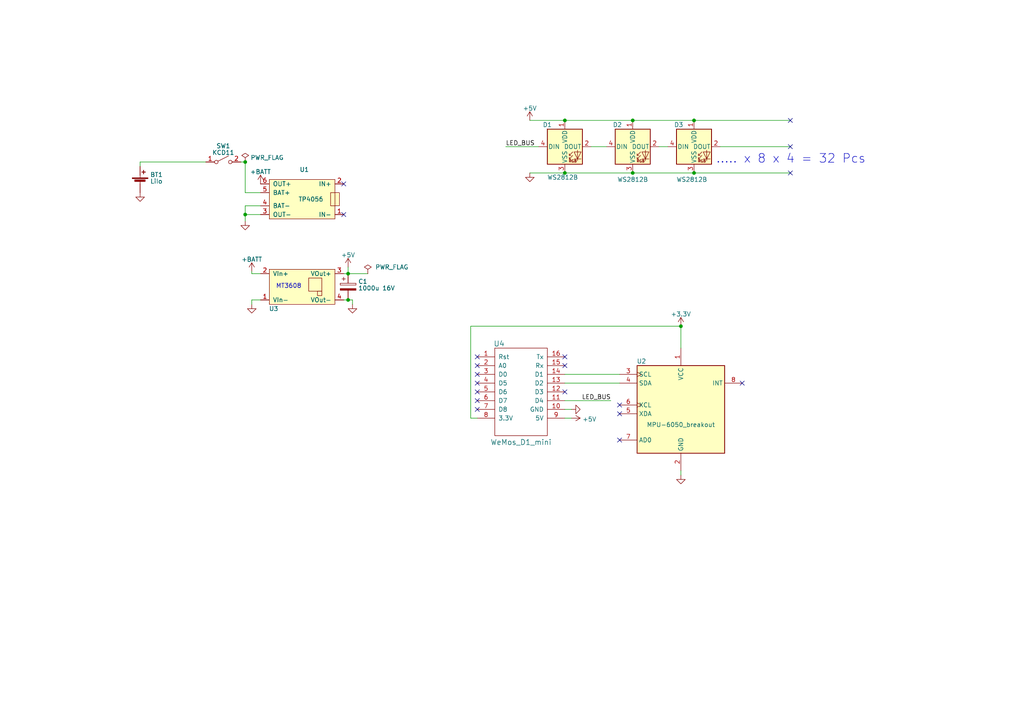
<source format=kicad_sch>
(kicad_sch (version 20230121) (generator eeschema)
  (paper "A4")
  (lib_symbols
    (symbol "Device:C_Polarized" (pin_numbers hide) (pin_names (offset 0.254))
      (property "Reference" "C" (at 0.635 2.54 0))
      (property "Value" "C_Polarized" (at 0.635 -2.54 0))
      (symbol "C_Polarized_0_1"
        (rectangle (start -2.286 0.508) (end 2.286 1.016))
        (polyline (pts (xy -1.778 2.286) (xy -0.762 2.286)))
        (polyline (pts (xy -1.27 2.794) (xy -1.27 1.778)))
        (rectangle (start 2.286 -0.508) (end -2.286 -1.016) (fill (type outline)))
      )
      (symbol "C_Polarized_1_1"
        (pin passive line (at 0 3.81 270) (length 2.794) (name "~") (number "1"))
        (pin passive line (at 0 -3.81 90) (length 2.794) (name "~") (number "2"))
      )
    )
    (symbol "Di Mini:WeMos_D1_mini" (pin_names (offset 1.016))
      (property "Reference" "U" (at 0 12.7 0))
      (property "Value" "WeMos_D1_mini" (at 0 -12.7 0))
      (property "Datasheet" "http://www.wemos.cc/Products/d1_mini.html" (at 13.97 -17.78 0))
      (symbol "WeMos_D1_mini_0_1"
        (rectangle (start -7.62 11.43) (end 7.62 -13.97))
      )
      (symbol "WeMos_D1_mini_1_1"
        (pin bidirectional line (at -12.7 8.89 0) (length 5.08) (name "Rst") (number "1"))
        (pin power_in line (at 12.7 -6.35 180) (length 5.08) (name "GND") (number "10"))
        (pin bidirectional line (at 12.7 -3.81 180) (length 5.08) (name "D4") (number "11"))
        (pin bidirectional line (at 12.7 -1.27 180) (length 5.08) (name "D3") (number "12"))
        (pin bidirectional line (at 12.7 1.27 180) (length 5.08) (name "D2") (number "13"))
        (pin bidirectional line (at 12.7 3.81 180) (length 5.08) (name "D1") (number "14"))
        (pin bidirectional line (at 12.7 6.35 180) (length 5.08) (name "Rx") (number "15"))
        (pin bidirectional line (at 12.7 8.89 180) (length 5.08) (name "Tx") (number "16"))
        (pin bidirectional line (at -12.7 6.35 0) (length 5.08) (name "A0") (number "2"))
        (pin bidirectional line (at -12.7 3.81 0) (length 5.08) (name "D0") (number "3"))
        (pin bidirectional line (at -12.7 1.27 0) (length 5.08) (name "D5") (number "4"))
        (pin bidirectional line (at -12.7 -1.27 0) (length 5.08) (name "D6") (number "5"))
        (pin bidirectional line (at -12.7 -3.81 0) (length 5.08) (name "D7") (number "6"))
        (pin bidirectional line (at -12.7 -6.35 0) (length 5.08) (name "D8") (number "7"))
        (pin power_out line (at -12.7 -8.89 0) (length 5.08) (name "3.3V") (number "8"))
        (pin power_in line (at 12.7 -8.89 180) (length 5.08) (name "5V") (number "9"))
      )
    )
    (symbol "EigeneSym:BoostConverter_MT3608_Breakout" (pin_names (offset 1.016))
      (property "Reference" "U" (at -10.16 2.54 0))
      (property "Value" "BoostConverter_MT3608_Breakout" (at -1.27 -10.16 0))
      (symbol "BoostConverter_MT3608_Breakout_0_1"
        (rectangle (start -11.43 1.27) (end 7.62 -8.89) (fill (type background)))
        (rectangle (start 0 -2.54) (end 3.81 -6.35))
        (rectangle (start 2.54 -2.54) (end 3.81 -1.27))
      )
      (symbol "BoostConverter_MT3608_Breakout_1_1"
        (pin passive line (at -13.97 0 0) (length 2.54) (name "VIn-") (number "1"))
        (pin passive line (at -13.97 -7.62 0) (length 2.54) (name "VIn+") (number "2"))
        (pin passive line (at 10.16 -7.62 180) (length 2.54) (name "VOut+") (number "3"))
        (pin passive line (at 10.16 0 180) (length 2.54) (name "VOut-") (number "4"))
      )
    )
    (symbol "EigeneSym:LiIo_18650" (pin_numbers hide) (pin_names (offset 0) hide)
      (property "Reference" "BT" (at 2.54 2.54 0))
      (property "Value" "LiIo_18650" (at 2.54 0 0))
      (symbol "LiIo_18650_0_1"
        (rectangle (start -2.286 1.778) (end 2.286 1.524) (fill (type outline)))
        (rectangle (start -1.5748 1.1938) (end 1.4732 0.6858) (fill (type outline)))
        (polyline (pts (xy 0 0.762) (xy 0 0)))
        (polyline (pts (xy 0 1.778) (xy 0 2.54)))
        (polyline (pts (xy 0.508 3.429) (xy 1.524 3.429)) (stroke (width 0.254)))
        (polyline (pts (xy 1.016 3.937) (xy 1.016 2.921)) (stroke (width 0.254)))
      )
      (symbol "LiIo_18650_1_1"
        (pin passive line (at 0 5.08 270) (length 2.54) (name "+") (number "1"))
        (pin passive line (at 0 -2.54 90) (length 2.54) (name "-") (number "2"))
      )
    )
    (symbol "EigeneSym:MPU-6050_breakout"
      (property "Reference" "U" (at -11.43 13.97 0))
      (property "Value" "MPU-6050_breakout" (at 7.62 -13.97 0))
      (symbol "MPU-6050_breakout_0_1"
        (rectangle (start -12.7 12.7) (end 12.7 -12.7) (stroke (width 0.254)) (fill (type background)))
      )
      (symbol "MPU-6050_breakout_1_1"
        (pin power_in line (at 0 17.78 270) (length 5.08) (name "VCC") (number "1"))
        (pin power_in line (at 0 -17.78 90) (length 5.08) (name "GND") (number "2"))
        (pin input clock (at -17.78 10.16 0) (length 5.08) (name "SCL") (number "3"))
        (pin bidirectional line (at -17.78 7.62 0) (length 5.08) (name "SDA") (number "4"))
        (pin bidirectional line (at -17.78 -1.27 0) (length 5.08) (name "XDA") (number "5"))
        (pin output clock (at -17.78 1.27 0) (length 5.08) (name "XCL") (number "6"))
        (pin input line (at -17.78 -8.89 0) (length 5.08) (name "AD0") (number "7"))
        (pin output line (at 17.78 7.62 180) (length 5.08) (name "INT") (number "8"))
      )
    )
    (symbol "EigeneSym:TP4056_w_Protect" (pin_names (offset 1.016))
      (property "Reference" "U" (at 1.27 15.24 0))
      (property "Value" "TP4056_w_Protect" (at 9.906 5.334 0))
      (symbol "TP4056_w_Protect_0_1"
        (rectangle (start -1.27 7.62) (end 1.27 3.81) (fill (type background)))
        (rectangle (start 0 0) (end 19.05 11.43) (fill (type background)))
      )
      (symbol "TP4056_w_Protect_1_1"
        (pin power_in line (at -2.54 1.27 0) (length 2.54) (name "IN-") (number "1"))
        (pin power_in line (at -2.54 10.16 0) (length 2.54) (name "IN+") (number "2"))
        (pin power_out line (at 21.59 1.27 180) (length 2.54) (name "OUT-") (number "3"))
        (pin power_in line (at 21.59 3.81 180) (length 2.54) (name "BAT-") (number "4"))
        (pin power_in line (at 21.59 7.62 180) (length 2.54) (name "BAT+") (number "5"))
        (pin power_out line (at 21.59 10.16 180) (length 2.54) (name "OUT+") (number "6"))
      )
    )
    (symbol "LED:WS2812B" (pin_names (offset 0.254))
      (property "Reference" "D" (at 5.08 5.715 0))
      (property "Value" "WS2812B" (at 1.27 -5.715 0))
      (symbol "WS2812B_0_0"
        (text "RGB" (at 2.286 -4.191 0) (effects (font (size 0.762 0.762))))
      )
      (symbol "WS2812B_0_1"
        (polyline (pts (xy 1.27 -3.556) (xy 1.778 -3.556)))
        (polyline (pts (xy 1.27 -2.54) (xy 1.778 -2.54)))
        (polyline (pts (xy 4.699 -3.556) (xy 2.667 -3.556)))
        (polyline (pts (xy 2.286 -2.54) (xy 1.27 -3.556) (xy 1.27 -3.048)))
        (polyline (pts (xy 2.286 -1.524) (xy 1.27 -2.54) (xy 1.27 -2.032)))
        (polyline (pts (xy 3.683 -1.016) (xy 3.683 -3.556) (xy 3.683 -4.064)))
        (polyline (pts (xy 4.699 -1.524) (xy 2.667 -1.524) (xy 3.683 -3.556) (xy 4.699 -1.524)))
        (rectangle (start 5.08 5.08) (end -5.08 -5.08) (stroke (width 0.254)) (fill (type background)))
      )
      (symbol "WS2812B_1_1"
        (pin power_in line (at 0 7.62 270) (length 2.54) (name "VDD") (number "1"))
        (pin output line (at 7.62 0 180) (length 2.54) (name "DOUT") (number "2"))
        (pin power_in line (at 0 -7.62 90) (length 2.54) (name "VSS") (number "3"))
        (pin input line (at -7.62 0 0) (length 2.54) (name "DIN") (number "4"))
      )
    )
    (symbol "Switch:SW_SPST" (pin_names (offset 0) hide)
      (property "Reference" "SW" (at 0 3.175 0))
      (property "Value" "SW_SPST" (at 0 -2.54 0))
      (symbol "SW_SPST_0_0"
        (circle (center -2.032 0) (radius 0.508))
        (polyline (pts (xy -1.524 0.254) (xy 1.524 1.778)))
        (circle (center 2.032 0) (radius 0.508))
      )
      (symbol "SW_SPST_1_1"
        (pin passive line (at -5.08 0 0) (length 2.54) (name "A") (number "1"))
        (pin passive line (at 5.08 0 180) (length 2.54) (name "B") (number "2"))
      )
    )
    (symbol "power:+3.3V" (power) (pin_names (offset 0))
      (property "Value" "+3.3V" (at 0 3.556 0))
      (symbol "+3.3V_0_1"
        (polyline (pts (xy -0.762 1.27) (xy 0 2.54)))
        (polyline (pts (xy 0 0) (xy 0 2.54)))
        (polyline (pts (xy 0 2.54) (xy 0.762 1.27)))
      )
      (symbol "+3.3V_1_1"
        (pin power_in line (at 0 0 90) (length 0) hide (name "+3.3V") (number "1"))
      )
    )
    (symbol "power:+5V" (power) (pin_names (offset 0))
      (property "Value" "+5V" (at 0 3.556 0))
      (symbol "+5V_0_1"
        (polyline (pts (xy -0.762 1.27) (xy 0 2.54)))
        (polyline (pts (xy 0 0) (xy 0 2.54)))
        (polyline (pts (xy 0 2.54) (xy 0.762 1.27)))
      )
      (symbol "+5V_1_1"
        (pin power_in line (at 0 0 90) (length 0) hide (name "+5V") (number "1"))
      )
    )
    (symbol "power:+BATT" (power) (pin_names (offset 0))
      (property "Value" "+BATT" (at 0 3.556 0))
      (symbol "+BATT_0_1"
        (polyline (pts (xy -0.762 1.27) (xy 0 2.54)))
        (polyline (pts (xy 0 0) (xy 0 2.54)))
        (polyline (pts (xy 0 2.54) (xy 0.762 1.27)))
      )
      (symbol "+BATT_1_1"
        (pin power_in line (at 0 0 90) (length 0) hide (name "+BATT") (number "1"))
      )
    )
    (symbol "power:GND" (power) (pin_names (offset 0))
      (property "Value" "GND" (at 0 -3.81 0))
      (symbol "GND_0_1"
        (polyline (pts (xy 0 0) (xy 0 -1.27) (xy 1.27 -1.27) (xy 0 -2.54) (xy -1.27 -1.27) (xy 0 -1.27)))
      )
      (symbol "GND_1_1"
        (pin power_in line (at 0 0 270) (length 0) hide (name "GND") (number "1"))
      )
    )
    (symbol "power:PWR_FLAG" (power) (pin_numbers hide) (pin_names (offset 0) hide)
      (property "Value" "PWR_FLAG" (at 0 3.81 0))
      (symbol "PWR_FLAG_0_0"
        (pin power_out line (at 0 0 90) (length 0) (name "pwr") (number "1"))
      )
      (symbol "PWR_FLAG_0_1"
        (polyline (pts (xy 0 0) (xy 0 1.27) (xy -1.016 1.905) (xy 0 2.54) (xy 1.016 1.905) (xy 0 1.27)))
      )
    )
  )
  (junction (at 100.965 79.375))
  (junction (at 197.485 94.615))
  (junction (at 201.295 50.165))
  (junction (at 201.295 34.925))
  (junction (at 183.515 34.925))
  (junction (at 100.965 86.995))
  (junction (at 163.83 34.925))
  (junction (at 183.515 50.165))
  (junction (at 71.12 46.99))
  (junction (at 71.12 62.23))
  (junction (at 163.83 50.165))
  (no_connect (at 179.705 120.015))
  (no_connect (at 179.705 117.475))
  (no_connect (at 138.43 118.745))
  (no_connect (at 138.43 116.205))
  (no_connect (at 215.265 111.125))
  (no_connect (at 99.695 62.23))
  (no_connect (at 229.235 34.925))
  (no_connect (at 229.235 42.545))
  (no_connect (at 138.43 106.045))
  (no_connect (at 99.695 53.34))
  (no_connect (at 163.83 113.665))
  (no_connect (at 138.43 113.665))
  (no_connect (at 138.43 108.585))
  (no_connect (at 163.83 106.045))
  (no_connect (at 179.705 127.635))
  (no_connect (at 138.43 103.505))
  (no_connect (at 163.83 103.505))
  (no_connect (at 138.43 111.125))
  (no_connect (at 229.235 50.165))
  (wire (pts (xy 163.83 34.925) (xy 183.515 34.925)))
  (wire (pts (xy 136.525 121.285) (xy 138.43 121.285)))
  (wire (pts (xy 183.515 50.165) (xy 201.295 50.165)))
  (wire (pts (xy 71.12 59.69) (xy 71.12 62.23)))
  (wire (pts (xy 100.965 79.375) (xy 99.695 79.375)))
  (wire (pts (xy 75.565 55.88) (xy 71.12 55.88)))
  (wire (pts (xy 71.12 55.88) (xy 71.12 46.99)))
  (wire (pts (xy 153.67 34.925) (xy 163.83 34.925)))
  (wire (pts (xy 100.965 79.375) (xy 106.68 79.375)))
  (wire (pts (xy 163.83 111.125) (xy 179.705 111.125)))
  (wire (pts (xy 75.565 59.69) (xy 71.12 59.69)))
  (wire (pts (xy 71.12 62.23) (xy 71.12 64.135)))
  (wire (pts (xy 208.915 42.545) (xy 229.235 42.545)))
  (wire (pts (xy 40.64 46.99) (xy 40.64 48.26)))
  (wire (pts (xy 75.565 86.995) (xy 73.025 86.995)))
  (wire (pts (xy 163.83 118.745) (xy 165.735 118.745)))
  (wire (pts (xy 197.485 94.615) (xy 197.485 100.965)))
  (wire (pts (xy 59.69 46.99) (xy 40.64 46.99)))
  (wire (pts (xy 163.83 116.205) (xy 177.165 116.205)))
  (wire (pts (xy 99.695 86.995) (xy 100.965 86.995)))
  (wire (pts (xy 201.295 34.925) (xy 229.235 34.925)))
  (wire (pts (xy 69.85 46.99) (xy 71.12 46.99)))
  (wire (pts (xy 163.83 121.285) (xy 165.735 121.285)))
  (wire (pts (xy 163.83 50.165) (xy 183.515 50.165)))
  (wire (pts (xy 75.565 62.23) (xy 71.12 62.23)))
  (wire (pts (xy 163.83 108.585) (xy 179.705 108.585)))
  (wire (pts (xy 171.45 42.545) (xy 175.895 42.545)))
  (wire (pts (xy 73.025 86.995) (xy 73.025 88.265)))
  (wire (pts (xy 197.485 136.525) (xy 197.485 137.795)))
  (wire (pts (xy 183.515 34.925) (xy 201.295 34.925)))
  (wire (pts (xy 100.965 77.47) (xy 100.965 79.375)))
  (wire (pts (xy 153.67 50.165) (xy 163.83 50.165)))
  (wire (pts (xy 73.025 78.74) (xy 73.025 79.375)))
  (wire (pts (xy 191.135 42.545) (xy 193.675 42.545)))
  (wire (pts (xy 73.025 79.375) (xy 75.565 79.375)))
  (wire (pts (xy 102.235 86.995) (xy 102.235 88.265)))
  (wire (pts (xy 100.965 86.995) (xy 102.235 86.995)))
  (wire (pts (xy 136.525 121.285) (xy 136.525 94.615)))
  (wire (pts (xy 201.295 50.165) (xy 229.235 50.165)))
  (wire (pts (xy 146.685 42.545) (xy 156.21 42.545)))
  (wire (pts (xy 136.525 94.615) (xy 197.485 94.615)))
  (text "MT3608" (at 80.01 83.82 0) (effects (font (size 1.27 1.27)) (justify left bottom)))
  (text "..... x 8 x 4 = 32 Pcs" (at 207.645 47.625 0) (effects (font (size 2.54 2.54)) (justify left bottom)))
  (label "LED_BUS" (at 177.165 116.205 180))
  (label "LED_BUS" (at 146.685 42.545 0))
  (symbol (lib_id "power:GND") (at 197.485 137.795 0) (unit 1)
    (property "Reference" "#PWR014" (effects hide))
    (property "Value" "GND" (effects hide))
  )
  (symbol (lib_id "Device:C_Polarized") (at 100.965 83.185 0) (unit 1)
    (property "Reference" "C1" (at 103.886 81.6523 0) (effects (justify left)))
    (property "Value" "1000u 16V" (at 103.886 83.5733 0) (effects (justify left)))
  )
  (symbol (lib_id "power:+BATT") (at 73.025 78.74 0) (unit 1)
    (property "Reference" "#PWR07" (effects hide))
    (property "Value" "+BATT" (at 73.025 75.2381 0))
  )
  (symbol (lib_id "power:+5V") (at 100.965 77.47 0) (unit 1)
    (property "Reference" "#PWR04" (effects hide))
    (property "Value" "+5V" (at 100.965 73.9681 0))
  )
  (symbol (lib_id "power:+5V") (at 165.735 121.285 270) (unit 1)
    (property "Reference" "#PWR010" (effects hide))
    (property "Value" "+5V" (at 168.91 121.6018 90) (effects (justify left)))
  )
  (symbol (lib_id "EigeneSym:MPU-6050_breakout") (at 197.485 118.745 0) (unit 1)
    (property "Reference" "U2" (at 186.055 104.775 0))
    (property "Value" "MPU-6050_breakout" (at 197.485 123.19 0))
    (property "Footprint" "MPU6050_Breakout_8Pin_20.32x15.8mm" (effects hide))
    (property "Datasheet" "https://store.invensense.com/datasheets/invensense/MPU-6050_DataSheet_V3%204.pdf" (effects hide))
  )
  (symbol (lib_id "Di Mini:WeMos_D1_mini") (at 151.13 112.395 0) (unit 1)
    (property "Reference" "U4" (at 144.78 99.695 0) (effects (font (size 1.524 1.524))))
    (property "Value" "WeMos_D1_mini" (at 151.13 128.27 0) (effects (font (size 1.524 1.524))))
    (property "Datasheet" "http://www.wemos.cc/Products/d1_mini.html" (effects hide))
  )
  (symbol (lib_id "power:GND") (at 71.12 64.135 0) (unit 1)
    (property "Reference" "#PWR05" (effects hide))
    (property "Value" "GND" (effects hide))
  )
  (symbol (lib_id "power:+5V") (at 153.67 34.925 0) (unit 1)
    (property "Reference" "#PWR03" (effects hide))
    (property "Value" "+5V" (at 153.67 31.4231 0))
  )
  (symbol (lib_id "LED:WS2812B") (at 201.295 42.545 0) (unit 1)
    (property "Reference" "D3" (at 196.85 36.195 0))
    (property "Value" "WS2812B" (at 200.66 52.07 0))
    (property "Footprint" "LED_SMD:LED_WS2812B_PLCC4_5.0x5.0mm_P3.2mm" (effects hide))
    (property "Datasheet" "https://cdn-shop.adafruit.com/datasheets/WS2812B.pdf" (effects hide))
  )
  (symbol (lib_id "power:GND") (at 153.67 50.165 0) (unit 1)
    (property "Reference" "#PWR01" (effects hide))
    (property "Value" "GND" (effects hide))
  )
  (symbol (lib_id "LED:WS2812B") (at 183.515 42.545 0) (unit 1)
    (property "Reference" "D2" (at 179.07 36.195 0))
    (property "Value" "WS2812B" (at 183.515 52.07 0))
    (property "Footprint" "LED_SMD:LED_WS2812B_PLCC4_5.0x5.0mm_P3.2mm" (effects hide))
    (property "Datasheet" "https://cdn-shop.adafruit.com/datasheets/WS2812B.pdf" (effects hide))
  )
  (symbol (lib_id "EigeneSym:LiIo_18650") (at 40.64 53.34 0) (unit 1)
    (property "Reference" "BT1" (at 43.561 50.6643 0) (effects (justify left)))
    (property "Value" "LiIo" (at 43.561 52.5853 0) (effects (justify left)))
    (property "Footprint" "Eigene:LiIo18650_PCB_Mount" (effects hide))
  )
  (symbol (lib_id "power:PWR_FLAG") (at 106.68 79.375 0) (unit 1)
    (property "Reference" "#FLG02" (effects hide))
    (property "Value" "PWR_FLAG" (at 113.665 77.47 0))
  )
  (symbol (lib_id "power:GND") (at 40.64 55.88 0) (unit 1)
    (property "Reference" "#PWR06" (effects hide))
    (property "Value" "GND" (effects hide))
  )
  (symbol (lib_id "power:GND") (at 73.025 88.265 0) (unit 1)
    (property "Reference" "#PWR08" (effects hide))
    (property "Value" "GND" (effects hide))
  )
  (symbol (lib_id "power:+BATT") (at 75.565 53.34 0) (unit 1)
    (property "Reference" "#PWR02" (effects hide))
    (property "Value" "+BATT" (at 75.565 49.8381 0))
  )
  (symbol (lib_id "power:PWR_FLAG") (at 71.12 46.99 0) (unit 1)
    (property "Reference" "#FLG01" (effects hide))
    (property "Value" "PWR_FLAG" (at 77.47 45.72 0))
  )
  (symbol (lib_id "EigeneSym:BoostConverter_MT3608_Breakout") (at 89.535 86.995 0) (mirror x) (unit 1)
    (property "Reference" "U3" (at 79.375 89.535 0))
    (property "Value" "BoostConverter_MT3608_Breakout" (effects hide))
    (property "Datasheet" "https://datasheetspdf.com/pdf/909246/AEROSEMI/MT3608/1" (effects hide))
  )
  (symbol (lib_id "Switch:SW_SPST") (at 64.77 46.99 0) (unit 1)
    (property "Reference" "SW1" (at 64.77 42.3291 0))
    (property "Value" "KCD11" (at 64.77 44.2501 0))
  )
  (symbol (lib_id "power:+3.3V") (at 197.485 94.615 0) (unit 1)
    (property "Reference" "#PWR013" (effects hide))
    (property "Value" "+3.3V" (at 197.485 91.1131 0))
  )
  (symbol (lib_id "LED:WS2812B") (at 163.83 42.545 0) (unit 1)
    (property "Reference" "D1" (at 158.75 36.195 0))
    (property "Value" "WS2812B" (at 163.195 51.435 0))
    (property "Footprint" "LED_SMD:LED_WS2812B_PLCC4_5.0x5.0mm_P3.2mm" (effects hide))
    (property "Datasheet" "https://cdn-shop.adafruit.com/datasheets/WS2812B.pdf" (effects hide))
  )
  (symbol (lib_id "power:GND") (at 165.735 118.745 90) (unit 1)
    (property "Reference" "#PWR011" (effects hide))
    (property "Value" "GND" (effects hide))
  )
  (symbol (lib_id "EigeneSym:TP4056_w_Protect") (at 97.155 63.5 0) (mirror y) (unit 1)
    (property "Reference" "U1" (at 88.265 49.1871 0))
    (property "Value" "TP4056" (at 90.17 57.785 0))
    (property "Footprint" "Eigene:LiIoCharger_TP4056_Breakout_w_Protect" (effects hide))
  )
  (symbol (lib_id "power:GND") (at 102.235 88.265 0) (unit 1)
    (property "Reference" "#PWR09" (effects hide))
    (property "Value" "GND" (effects hide))
  )
)
</source>
